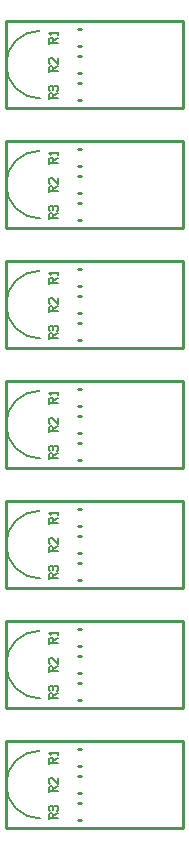
<source format=gbr>
G04 start of page 9 for group -4079 idx -4079 *
G04 Title: (unknown), topsilk *
G04 Creator: pcb 4.0.2 *
G04 CreationDate: Wed Oct 14 23:14:01 2020 UTC *
G04 For: ndholmes *
G04 Format: Gerber/RS-274X *
G04 PCB-Dimensions (mil): 610.00 2710.00 *
G04 PCB-Coordinate-Origin: lower left *
%MOIN*%
%FSLAX25Y25*%
%LNTOPSILK*%
%ADD32C,0.0080*%
%ADD31C,0.0100*%
G54D31*X1000Y121000D02*X60000D01*
Y81000D02*Y110000D01*
X1000D01*
Y81000D01*
X60000Y121000D02*Y150000D01*
X1000D02*Y121000D01*
Y30000D02*Y1000D01*
Y81000D02*X60000D01*
X1000Y41000D02*X60000D01*
Y70000D01*
X1000D01*
Y41000D01*
X60000Y30000D02*X1000D01*
Y1000D02*X60000D01*
Y30000D01*
X1000Y161000D02*X60000D01*
Y190000D01*
X1000D01*
Y161000D01*
Y241000D02*X60000D01*
Y270000D01*
X1000D01*
Y241000D01*
X60000Y150000D02*X1000D01*
Y201000D02*X60000D01*
X1000Y230000D02*Y201000D01*
X60000D02*Y230000D01*
X1000D01*
X25107Y89255D02*X25893D01*
X25107Y83745D02*X25893D01*
X25107Y98255D02*X25893D01*
X25107Y92745D02*X25893D01*
X25107Y107255D02*X25893D01*
X25107Y101745D02*X25893D01*
X25107Y49255D02*X25893D01*
X25107Y43745D02*X25893D01*
X25107Y58255D02*X25893D01*
X25107Y52745D02*X25893D01*
X25107Y67255D02*X25893D01*
X25107Y61745D02*X25893D01*
G54D32*X12208Y66854D02*G75*G03X987Y55634I0J-11220D01*G01*
G75*G03X12405Y44217I11417J0D01*G01*
G54D31*X25107Y9255D02*X25893D01*
X25107Y3745D02*X25893D01*
X25107Y18255D02*X25893D01*
X25107Y12745D02*X25893D01*
X25107Y27255D02*X25893D01*
X25107Y21745D02*X25893D01*
G54D32*X12208Y26854D02*G75*G03X987Y15634I0J-11220D01*G01*
G75*G03X12405Y4217I11417J0D01*G01*
G54D31*X25107Y169255D02*X25893D01*
X25107Y163745D02*X25893D01*
X25107Y178255D02*X25893D01*
X25107Y172745D02*X25893D01*
X25107Y249255D02*X25893D01*
X25107Y243745D02*X25893D01*
X25107Y258255D02*X25893D01*
X25107Y252745D02*X25893D01*
G54D32*X12208Y266854D02*G75*G03X987Y255634I0J-11220D01*G01*
Y255634D02*G75*G03X12405Y244217I11417J0D01*G01*
G54D31*X25107Y267255D02*X25893D01*
X25107Y261745D02*X25893D01*
G54D32*X12208Y186854D02*G75*G03X987Y175634I0J-11220D01*G01*
G75*G03X12405Y164217I11417J0D01*G01*
X12208Y106854D02*G75*G03X987Y95634I0J-11220D01*G01*
G75*G03X12405Y84217I11417J0D01*G01*
X12208Y226854D02*G75*G03X987Y215634I0J-11220D01*G01*
G75*G03X12405Y204217I11417J0D01*G01*
G54D31*X25107Y187255D02*X25893D01*
X25107Y181745D02*X25893D01*
X25107Y209255D02*X25893D01*
X25107Y203745D02*X25893D01*
X25107Y218255D02*X25893D01*
X25107Y212745D02*X25893D01*
X25107Y227255D02*X25893D01*
X25107Y221745D02*X25893D01*
X25107Y129255D02*X25893D01*
X25107Y123745D02*X25893D01*
X25107Y138255D02*X25893D01*
X25107Y132745D02*X25893D01*
G54D32*X12208Y146854D02*G75*G03X987Y135634I0J-11220D01*G01*
G75*G03X12405Y124217I11417J0D01*G01*
G54D31*X25107Y147255D02*X25893D01*
X25107Y141745D02*X25893D01*
G54D32*X15270Y165540D02*Y164000D01*
Y165540D02*X15655Y165925D01*
X16425D01*
X16810Y165540D02*X16425Y165925D01*
X16810Y165540D02*Y164385D01*
X15270D02*X18350D01*
X16810Y165001D02*X18350Y165925D01*
X15655Y166849D02*X15270Y167234D01*
Y168004D02*Y167234D01*
Y168004D02*X15655Y168389D01*
X18350Y168004D02*X17965Y168389D01*
X18350Y168004D02*Y167234D01*
X17965Y166849D02*X18350Y167234D01*
X16656Y168004D02*Y167234D01*
X15655Y168389D02*X16271D01*
X17041D02*X17965D01*
X17041D02*X16656Y168004D01*
X16271Y168389D02*X16656Y168004D01*
X15270Y174540D02*Y173000D01*
Y174540D02*X15655Y174925D01*
X16425D01*
X16810Y174540D02*X16425Y174925D01*
X16810Y174540D02*Y173385D01*
X15270D02*X18350D01*
X16810Y174001D02*X18350Y174925D01*
X15655Y175849D02*X15270Y176234D01*
Y177389D02*Y176234D01*
Y177389D02*X15655Y177774D01*
X16425D01*
X18350Y175849D02*X16425Y177774D01*
X18350D02*Y175849D01*
X15270Y144040D02*Y142500D01*
Y144040D02*X15655Y144425D01*
X16425D01*
X16810Y144040D02*X16425Y144425D01*
X16810Y144040D02*Y142885D01*
X15270D02*X18350D01*
X16810Y143501D02*X18350Y144425D01*
X15886Y145349D02*X15270Y145965D01*
X18350D01*
Y146504D02*Y145349D01*
X15270Y125540D02*Y124000D01*
Y125540D02*X15655Y125925D01*
X16425D01*
X16810Y125540D02*X16425Y125925D01*
X16810Y125540D02*Y124385D01*
X15270D02*X18350D01*
X16810Y125001D02*X18350Y125925D01*
X15655Y126849D02*X15270Y127234D01*
Y128004D02*Y127234D01*
Y128004D02*X15655Y128389D01*
X18350Y128004D02*X17965Y128389D01*
X18350Y128004D02*Y127234D01*
X17965Y126849D02*X18350Y127234D01*
X16656Y128004D02*Y127234D01*
X15655Y128389D02*X16271D01*
X17041D02*X17965D01*
X17041D02*X16656Y128004D01*
X16271Y128389D02*X16656Y128004D01*
X15270Y134540D02*Y133000D01*
Y134540D02*X15655Y134925D01*
X16425D01*
X16810Y134540D02*X16425Y134925D01*
X16810Y134540D02*Y133385D01*
X15270D02*X18350D01*
X16810Y134001D02*X18350Y134925D01*
X15655Y135849D02*X15270Y136234D01*
Y137389D02*Y136234D01*
Y137389D02*X15655Y137774D01*
X16425D01*
X18350Y135849D02*X16425Y137774D01*
X18350D02*Y135849D01*
X15270Y245540D02*Y244000D01*
Y245540D02*X15655Y245925D01*
X16425D01*
X16810Y245540D02*X16425Y245925D01*
X16810Y245540D02*Y244385D01*
X15270D02*X18350D01*
X16810Y245001D02*X18350Y245925D01*
X15655Y246849D02*X15270Y247234D01*
Y248004D02*Y247234D01*
Y248004D02*X15655Y248389D01*
X18350Y248004D02*X17965Y248389D01*
X18350Y248004D02*Y247234D01*
X17965Y246849D02*X18350Y247234D01*
X16656Y248004D02*Y247234D01*
X15655Y248389D02*X16271D01*
X17041D02*X17965D01*
X17041D02*X16656Y248004D01*
X16271Y248389D02*X16656Y248004D01*
X15270Y254540D02*Y253000D01*
Y254540D02*X15655Y254925D01*
X16425D01*
X16810Y254540D02*X16425Y254925D01*
X16810Y254540D02*Y253385D01*
X15270D02*X18350D01*
X16810Y254001D02*X18350Y254925D01*
X15655Y255849D02*X15270Y256234D01*
Y257389D02*Y256234D01*
Y257389D02*X15655Y257774D01*
X16425D01*
X18350Y255849D02*X16425Y257774D01*
X18350D02*Y255849D01*
X15270Y264040D02*Y262500D01*
Y264040D02*X15655Y264425D01*
X16425D01*
X16810Y264040D02*X16425Y264425D01*
X16810Y264040D02*Y262885D01*
X15270D02*X18350D01*
X16810Y263501D02*X18350Y264425D01*
X15886Y265349D02*X15270Y265965D01*
X18350D01*
Y266504D02*Y265349D01*
X15270Y184040D02*Y182500D01*
Y184040D02*X15655Y184425D01*
X16425D01*
X16810Y184040D02*X16425Y184425D01*
X16810Y184040D02*Y182885D01*
X15270D02*X18350D01*
X16810Y183501D02*X18350Y184425D01*
X15886Y185349D02*X15270Y185965D01*
X18350D01*
Y186504D02*Y185349D01*
X15270Y205540D02*Y204000D01*
Y205540D02*X15655Y205925D01*
X16425D01*
X16810Y205540D02*X16425Y205925D01*
X16810Y205540D02*Y204385D01*
X15270D02*X18350D01*
X16810Y205001D02*X18350Y205925D01*
X15655Y206849D02*X15270Y207234D01*
Y208004D02*Y207234D01*
Y208004D02*X15655Y208389D01*
X18350Y208004D02*X17965Y208389D01*
X18350Y208004D02*Y207234D01*
X17965Y206849D02*X18350Y207234D01*
X16656Y208004D02*Y207234D01*
X15655Y208389D02*X16271D01*
X17041D02*X17965D01*
X17041D02*X16656Y208004D01*
X16271Y208389D02*X16656Y208004D01*
X15270Y214540D02*Y213000D01*
Y214540D02*X15655Y214925D01*
X16425D01*
X16810Y214540D02*X16425Y214925D01*
X16810Y214540D02*Y213385D01*
X15270D02*X18350D01*
X16810Y214001D02*X18350Y214925D01*
X15655Y215849D02*X15270Y216234D01*
Y217389D02*Y216234D01*
Y217389D02*X15655Y217774D01*
X16425D01*
X18350Y215849D02*X16425Y217774D01*
X18350D02*Y215849D01*
X15270Y224040D02*Y222500D01*
Y224040D02*X15655Y224425D01*
X16425D01*
X16810Y224040D02*X16425Y224425D01*
X16810Y224040D02*Y222885D01*
X15270D02*X18350D01*
X16810Y223501D02*X18350Y224425D01*
X15886Y225349D02*X15270Y225965D01*
X18350D01*
Y226504D02*Y225349D01*
X15270Y85540D02*Y84000D01*
Y85540D02*X15655Y85925D01*
X16425D01*
X16810Y85540D02*X16425Y85925D01*
X16810Y85540D02*Y84385D01*
X15270D02*X18350D01*
X16810Y85001D02*X18350Y85925D01*
X15655Y86849D02*X15270Y87234D01*
Y88004D02*Y87234D01*
Y88004D02*X15655Y88389D01*
X18350Y88004D02*X17965Y88389D01*
X18350Y88004D02*Y87234D01*
X17965Y86849D02*X18350Y87234D01*
X16656Y88004D02*Y87234D01*
X15655Y88389D02*X16271D01*
X17041D02*X17965D01*
X17041D02*X16656Y88004D01*
X16271Y88389D02*X16656Y88004D01*
X15270Y94540D02*Y93000D01*
Y94540D02*X15655Y94925D01*
X16425D01*
X16810Y94540D02*X16425Y94925D01*
X16810Y94540D02*Y93385D01*
X15270D02*X18350D01*
X16810Y94001D02*X18350Y94925D01*
X15655Y95849D02*X15270Y96234D01*
Y97389D02*Y96234D01*
Y97389D02*X15655Y97774D01*
X16425D01*
X18350Y95849D02*X16425Y97774D01*
X18350D02*Y95849D01*
X15270Y104040D02*Y102500D01*
Y104040D02*X15655Y104425D01*
X16425D01*
X16810Y104040D02*X16425Y104425D01*
X16810Y104040D02*Y102885D01*
X15270D02*X18350D01*
X16810Y103501D02*X18350Y104425D01*
X15886Y105349D02*X15270Y105965D01*
X18350D01*
Y106504D02*Y105349D01*
X15270Y64040D02*Y62500D01*
Y64040D02*X15655Y64425D01*
X16425D01*
X16810Y64040D02*X16425Y64425D01*
X16810Y64040D02*Y62885D01*
X15270D02*X18350D01*
X16810Y63501D02*X18350Y64425D01*
X15886Y65349D02*X15270Y65965D01*
X18350D01*
Y66504D02*Y65349D01*
X15270Y45540D02*Y44000D01*
Y45540D02*X15655Y45925D01*
X16425D01*
X16810Y45540D02*X16425Y45925D01*
X16810Y45540D02*Y44385D01*
X15270D02*X18350D01*
X16810Y45001D02*X18350Y45925D01*
X15655Y46849D02*X15270Y47234D01*
Y48004D02*Y47234D01*
Y48004D02*X15655Y48389D01*
X18350Y48004D02*X17965Y48389D01*
X18350Y48004D02*Y47234D01*
X17965Y46849D02*X18350Y47234D01*
X16656Y48004D02*Y47234D01*
X15655Y48389D02*X16271D01*
X17041D02*X17965D01*
X17041D02*X16656Y48004D01*
X16271Y48389D02*X16656Y48004D01*
X15270Y54540D02*Y53000D01*
Y54540D02*X15655Y54925D01*
X16425D01*
X16810Y54540D02*X16425Y54925D01*
X16810Y54540D02*Y53385D01*
X15270D02*X18350D01*
X16810Y54001D02*X18350Y54925D01*
X15655Y55849D02*X15270Y56234D01*
Y57389D02*Y56234D01*
Y57389D02*X15655Y57774D01*
X16425D01*
X18350Y55849D02*X16425Y57774D01*
X18350D02*Y55849D01*
X15270Y5540D02*Y4000D01*
Y5540D02*X15655Y5925D01*
X16425D01*
X16810Y5540D02*X16425Y5925D01*
X16810Y5540D02*Y4385D01*
X15270D02*X18350D01*
X16810Y5001D02*X18350Y5925D01*
X15655Y6849D02*X15270Y7234D01*
Y8004D02*Y7234D01*
Y8004D02*X15655Y8389D01*
X18350Y8004D02*X17965Y8389D01*
X18350Y8004D02*Y7234D01*
X17965Y6849D02*X18350Y7234D01*
X16656Y8004D02*Y7234D01*
X15655Y8389D02*X16271D01*
X17041D02*X17965D01*
X17041D02*X16656Y8004D01*
X16271Y8389D02*X16656Y8004D01*
X15270Y14540D02*Y13000D01*
Y14540D02*X15655Y14925D01*
X16425D01*
X16810Y14540D02*X16425Y14925D01*
X16810Y14540D02*Y13385D01*
X15270D02*X18350D01*
X16810Y14001D02*X18350Y14925D01*
X15655Y15849D02*X15270Y16234D01*
Y17389D02*Y16234D01*
Y17389D02*X15655Y17774D01*
X16425D01*
X18350Y15849D02*X16425Y17774D01*
X18350D02*Y15849D01*
X15270Y24040D02*Y22500D01*
Y24040D02*X15655Y24425D01*
X16425D01*
X16810Y24040D02*X16425Y24425D01*
X16810Y24040D02*Y22885D01*
X15270D02*X18350D01*
X16810Y23501D02*X18350Y24425D01*
X15886Y25349D02*X15270Y25965D01*
X18350D01*
Y26504D02*Y25349D01*
M02*

</source>
